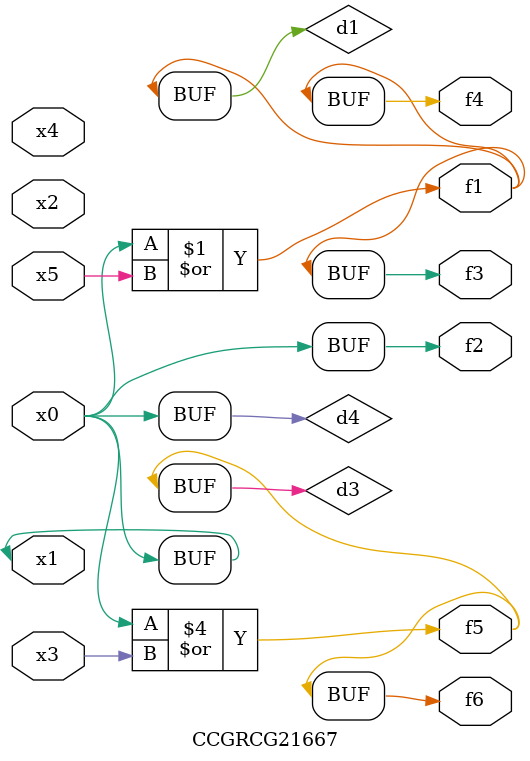
<source format=v>
module CCGRCG21667(
	input x0, x1, x2, x3, x4, x5,
	output f1, f2, f3, f4, f5, f6
);

	wire d1, d2, d3, d4;

	or (d1, x0, x5);
	xnor (d2, x1, x4);
	or (d3, x0, x3);
	buf (d4, x0, x1);
	assign f1 = d1;
	assign f2 = d4;
	assign f3 = d1;
	assign f4 = d1;
	assign f5 = d3;
	assign f6 = d3;
endmodule

</source>
